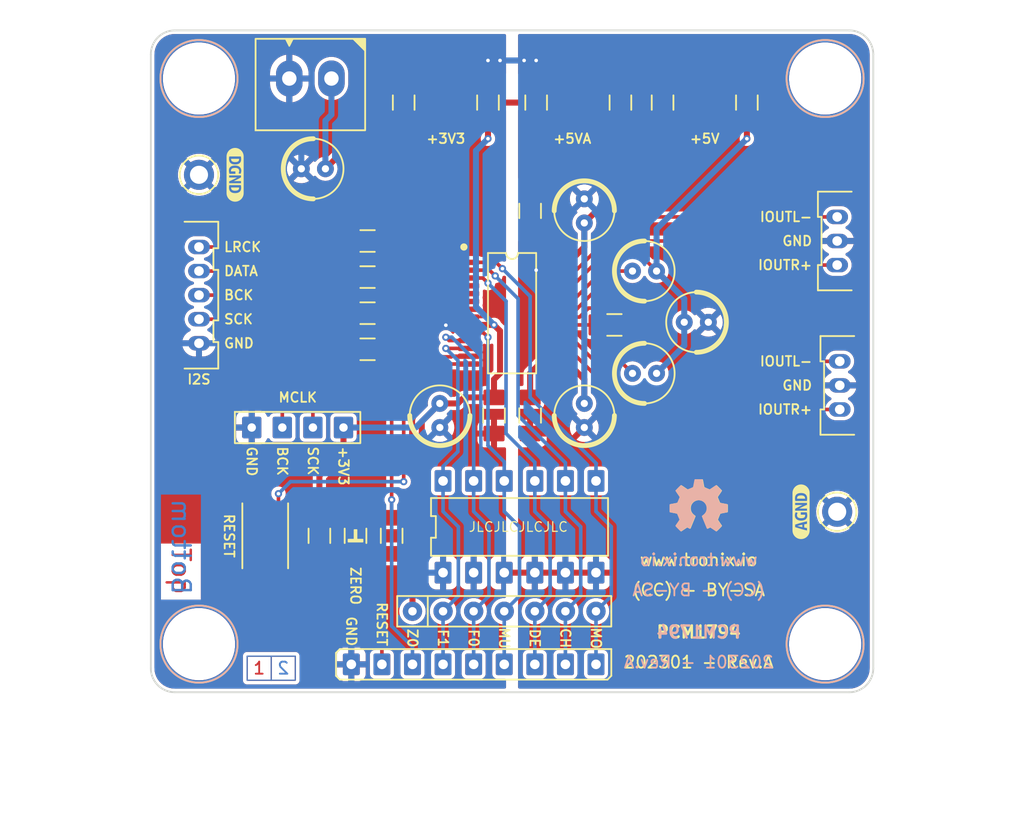
<source format=kicad_pcb>
(kicad_pcb (version 20211014) (generator pcbnew)
  (title_block (title "PCM1794") (date "01/2023") (rev "A"))
  (layers (0 "F.Cu" signal) (31 "B.Cu" signal) (34 "B.Paste" user) (35 "F.Paste" user) (36 "B.SilkS" user "B.Silkscreen") (37 "F.SilkS" user "F.Silkscreen") (38 "B.Mask" user) (39 "F.Mask" user) (44 "Edge.Cuts" user))
  (net 0 "")
  (net 1 "+5VA")
  (net 2 "VCC")
  (net 3 "Net-(C1-Pad2)")
  (net 4 "Net-(C2-Pad2)")
  (net 5 "/MONO")
  (net 6 "+3V3")
  (net 7 "/CHSL")
  (net 8 "/DEM")
  (net 9 "/MUTE")
  (net 10 "/FMT0")
  (net 11 "/FMT1")
  (net 12 "/ZERO")
  (net 13 "/~{RESET}")
  (net 14 "Net-(LED1-Pad2)")
  (net 15 "/LRCK")
  (net 16 "/DATA")
  (net 17 "Net-(R7-Pad1)")
  (net 18 "SCK")
  (net 19 "BCK")
  (net 25 "IOUTL-")
  (net 26 "AGND3L")
  (net 27 "IOUTL+")
  (net 28 "Net-(K2-Pad1)")
  (net 29 "Net-(K2-Pad2)")
  (net 30 "Net-(K2-Pad3)")
  (net 31 "Net-(K2-Pad4)")
  (net 32 "IOUTR-")
  (net 33 "+5V")
  (net 34 "IOUTR+")
  (footprint "tronixio:HARWIN-M20-782044x" (layer "F.Cu") (at 120 87 -90)
    (fp_text reference "K5" hide)
    (fp_text value "CLOCK")
  )
  (footprint "tronixio:SOT-23-5" (layer "F.Cu") (at 139.5 60 -90)
    (fp_text reference "U4" hide)
    (fp_text value "BD950N1G")
  )
  (footprint "tronixio:KEYSTONE-5006" (layer "F.Cu") (at 108 66)
    (fp_text reference "TP1" hide)
    (fp_text value "GND")
  )
  (footprint "tronixio:RESISTOR-SMD-1206" (layer "F.Cu") (at 122 74.5)
    (fp_text reference "R3" hide)
    (fp_text value "27Ω")
  )
  (footprint "tronixio:MOLEX-532530570" (layer "F.Cu") (at 108 80 90)
    (fp_text reference "K2" hide)
    (fp_text value "I2S")
  )
  (footprint "tronixio:MOUNTING-HOLE-3MM-MASK" (layer "F.Cu") (at 108 105)
    (fp_text reference "H1" hide)
    (fp_text value "MOUNTING-HOLE-3MM-MASK" hide)
  )
  (footprint "tronixio:RESISTOR-SMD-1206" (layer "F.Cu") (at 124 96 -90)
    (fp_text reference "R6" hide)
    (fp_text value "3K3")
  )
  (footprint "tronixio:CAPACITOR-SMD-1206" (layer "F.Cu") (at 125 60 90)
    (fp_text reference "C10" hide)
    (fp_text value "1µ")
  )
  (footprint "tronixio:CAPACITOR-SMD-1206" (layer "F.Cu") (at 143 60 90)
    (fp_text reference "C15" hide)
    (fp_text value "1µ")
  )
  (footprint "tronixio:CAPACITOR-ELECTROLYTIC-RADIAL-050-110-020-WURTH" (layer "F.Cu") (at 145 74 180)
    (fp_text reference "C2" hide)
    (fp_text value "47µ")
  )
  (footprint "tronixio:CAPACITOR-SMD-1206" (layer "F.Cu") (at 132.5 86 -90)
    (fp_text reference "C4" hide)
    (fp_text value "100n")
  )
  (footprint "tronixio:CAPACITOR-SMD-1206" (layer "F.Cu") (at 153.5 60 90)
    (fp_text reference "C13" hide)
    (fp_text value "1µ")
  )
  (footprint "tronixio:CAPACITOR-SMD-1206" (layer "F.Cu") (at 135.5 86 -90)
    (fp_text reference "C6" hide)
    (fp_text value "100n")
  )
  (footprint "tronixio:CAPACITOR-ELECTROLYTIC-RADIAL-050-110-020-WURTH" (layer "F.Cu") (at 149.3 78.25)
    (fp_text reference "C5" hide)
    (fp_text value "10µ")
  )
  (footprint "tronixio:CAPACITOR-ELECTROLYTIC-RADIAL-050-110-020-WURTH" (layer "F.Cu") (at 145 82.5 180)
    (fp_text reference "C1" hide)
    (fp_text value "47µ")
  )
  (footprint "tronixio:RESISTOR-SMD-1206" (layer "F.Cu") (at 122 71.5)
    (fp_text reference "R2" hide)
    (fp_text value "27Ω")
  )
  (footprint "tronixio:CAPACITOR-ELECTROLYTIC-RADIAL-050-110-020-WURTH" (layer "F.Cu") (at 140 69 90)
    (fp_text reference "C9" hide)
    (fp_text value "10µ")
  )
  (footprint "tronixio:SOT-23-5" (layer "F.Cu") (at 150 60 -90)
    (fp_text reference "U3" hide)
    (fp_text value "BD950N1G")
  )
  (footprint "tronixio:SSOP-28" (layer "F.Cu") (at 134 77.5)
    (fp_text reference "U1" hide)
    (fp_text value "PCM1794")
  )
  (footprint "tronixio:DIP-SWITCH-06-W762" (layer "F.Cu") (at 128.27 99.06 90)
    (fp_text reference "S2" hide)
    (fp_text value "CUI-DS01-254-06")
  )
  (footprint "tronixio:CAPACITOR-SMD-1206" (layer "F.Cu") (at 135.5 69 90)
    (fp_text reference "C8" hide)
    (fp_text value "100n")
  )
  (footprint "tronixio:CAPACITOR-SMD-1206" (layer "F.Cu") (at 146.5 60 90)
    (fp_text reference "C12" hide)
    (fp_text value "1µ")
  )
  (footprint "tronixio:LED-SMD-1206" (layer "F.Cu") (at 121 96 -90)
    (fp_text reference "LED1" hide)
    (fp_text value "KINGBRIGHT-LED-1206-RED")
  )
  (footprint "tronixio:RESISTOR-SMD-1206" (layer "F.Cu") (at 122 80.5)
    (fp_text reference "R5" hide)
    (fp_text value "10Ω")
  )
  (footprint "tronixio:CAPACITOR-SMD-1206" (layer "F.Cu") (at 132 60 90)
    (fp_text reference "C11" hide)
    (fp_text value "1µ")
  )
  (footprint "tronixio:MOUNTING-HOLE-3MM-MASK" (layer "F.Cu") (at 108 58)
    (fp_text reference "H4" hide)
    (fp_text value "MOUNTING-HOLE-3MM-MASK" hide)
  )
  (footprint "tronixio:RESISTOR-SMD-1206" (layer "F.Cu") (at 142.5 78.475)
    (fp_text reference "R7" hide)
    (fp_text value "10K")
  )
  (footprint "tronixio:MOLEX-532530370" (layer "F.Cu") (at 161 69.5 -90)
    (fp_text reference "K1" hide)
    (fp_text value "IOUTL")
  )
  (footprint "tronixio:HARWIN-M20-999094x" (layer "F.Cu") (at 140.97 106.68 -90)
    (fp_text reference "K3" hide)
    (fp_text value "MCU")
  )
  (footprint "kibuzzard-63CBA350" (layer "F.Cu") (at 111 66 -90)
    (fp_text reference "kibuzzard-63CBA350" hide)
    (fp_text value "G***" hide)
  )
  (footprint "tronixio:ALPS-SKRPAC" (layer "F.Cu") (at 113.5 96 -90)
    (fp_text reference "S1" hide)
    (fp_text value "Reset")
  )
  (footprint "tronixio:MOLEX-532580229" (layer "F.Cu") (at 115.5 58)
    (fp_text reference "K6" hide)
    (fp_text value "VCC")
  )
  (footprint "tronixio:CAPACITOR-ELECTROLYTIC-RADIAL-050-110-020-WURTH" (layer "F.Cu") (at 128 86 -90)
    (fp_text reference "C3" hide)
    (fp_text value "10µ")
  )
  (footprint "kibuzzard-63CAF235" (layer "F.Cu") (at 158 94 90)
    (fp_text reference "kibuzzard-63CAF235" hide)
    (fp_text value "G***" hide)
  )
  (footprint "tronixio:SOT-23-5" (layer "F.Cu") (at 128.5 60 -90)
    (fp_text reference "U2" hide)
    (fp_text value "BD933N1WG")
  )
  (footprint "tronixio:OSHW-5MM" (layer "F.Cu") (at 149.5 93.5)
    (fp_text reference "G***" hide)
    (fp_text value "LOGO" hide)
  )
  (footprint "tronixio:MOUNTING-HOLE-3MM-MASK" (layer "F.Cu") (at 160 105)
    (fp_text reference "H2" hide)
    (fp_text value "MOUNTING-HOLE-3MM-MASK" hide)
  )
  (footprint "tronixio:RESISTOR-SMD-1206" (layer "F.Cu") (at 118 96 -90)
    (fp_text reference "R1" hide)
    (fp_text value "10K")
  )
  (footprint "tronixio:RESISTOR-SMD-1206" (layer "F.Cu") (at 122 77.5)
    (fp_text reference "R4" hide)
    (fp_text value "27Ω")
  )
  (footprint "tronixio:BOURNS-4607X" (layer "F.Cu") (at 125.73 102.27)
    (fp_text reference "RA1" hide)
    (fp_text value "47K")
  )
  (footprint "tronixio:CAPACITOR-ELECTROLYTIC-RADIAL-050-110-020-WURTH" (layer "F.Cu") (at 140 86 -90)
    (fp_text reference "C7" hide)
    (fp_text value "10µ")
  )
  (footprint "tronixio:KEYSTONE-5006" (layer "F.Cu") (at 161 94)
    (fp_text reference "TP2" hide)
    (fp_text value "GND")
  )
  (footprint "tronixio:MOUNTING-HOLE-3MM-MASK" (layer "F.Cu") (at 160 58)
    (fp_text reference "H3" hide)
    (fp_text value "MOUNTING-HOLE-3MM-MASK" hide)
  )
  (footprint "tronixio:CAPACITOR-SMD-1206" (layer "F.Cu") (at 136 60 90)
    (fp_text reference "C14" hide)
    (fp_text value "1µ")
  )
  (footprint "tronixio:MOLEX-532530370" (layer "F.Cu") (at 161.2125 81.5 -90)
    (fp_text reference "K4" hide)
    (fp_text value "IOUTR")
  )
  (footprint "tronixio:CAPACITOR-ELECTROLYTIC-RADIAL-050-110-020-WURTH" (layer "F.Cu") (at 117.5 65.5 180)
    (fp_text reference "C16" hide)
    (fp_text value "47µ")
  )
  (footprint "tronixio:OSHW-5MM" (layer "B.Cu") (at 149.5 93.5 180)
    (fp_text reference "G***" hide)
    (fp_text value "LOGO" hide)
  )
  (gr_line (start 114 108) (end 114 106) (layer "F.Cu") (width 0.1))
  (gr_rect (start 112 108) (end 116 106) (layer "F.Cu") (width 0.1) (fill none))
  (gr_line (start 114 108) (end 114 106) (layer "B.Cu") (width 0.1))
  (gr_rect (start 112 108) (end 116 106) (layer "B.Cu") (width 0.1) (fill none))
  (gr_circle (center 130 72) (end 129.75 72) (layer "F.SilkS") (width 0.1) (fill solid))
  (gr_line (start 104 56) (end 104 107) (layer "Edge.Cuts") (width 0.15))
  (gr_arc (start 162 54) (mid 163.414214 54.585786) (end 164 56) (layer "Edge.Cuts") (width 0.15))
  (gr_arc (start 164 107) (mid 163.414214 108.414214) (end 162 109) (layer "Edge.Cuts") (width 0.15))
  (gr_arc (start 104 56) (mid 104.585786 54.585786) (end 106 54) (layer "Edge.Cuts") (width 0.15))
  (gr_arc (start 106 109) (mid 104.585786 108.414214) (end 104 107) (layer "Edge.Cuts") (width 0.15))
  (gr_line (start 162 54) (end 106 54) (layer "Edge.Cuts") (width 0.15))
  (gr_line (start 164 107) (end 164 56) (layer "Edge.Cuts") (width 0.15))
  (gr_line (start 106 109) (end 162 109) (layer "Edge.Cuts") (width 0.15))
  (gr_text "1" (at 113 107) (layer "F.Cu") (effects (font (size 1 1))))
  (gr_text "Top" (at 106.5 101 270) (layer "F.Cu") (effects (font (size 1.5 1.5) (thickness 0.2)) (justify right)))
  (gr_text "Bottom" (at 106.5 101 270) (layer "B.Cu") (effects (font (size 1.5 1.5) (thickness 0.2)) (justify left mirror)))
  (gr_text "2" (at 115 107) (layer "B.Cu") (effects (font (size 1 1)) (justify mirror)))
  (gr_text "202301 - Rev.A" (at 149.5 106.5) (layer "B.SilkS") (effects (font (size 1 1)) (justify mirror)))
  (gr_text "(CC) - BY-SA" (at 149.5 100.5) (layer "B.SilkS") (effects (font (size 1 1)) (justify mirror)))
  (gr_text "www.tronix.io" (at 149.5 98) (layer "B.SilkS") (effects (font (size 1 1)) (justify mirror)))
  (gr_text "PCM1794" (at 149.5 104) (layer "B.SilkS") (effects (font (size 1 1) (thickness 0.2)) (justify mirror)))
  (gr_text "SCK" (at 110 78) (layer "F.SilkS") (effects (font (size 0.8 0.8)) (justify left)))
  (gr_text "BCK" (at 114.92 88.5 270) (layer "F.SilkS") (effects (font (size 0.8 0.8)) (justify left)))
  (gr_text "202301 - Rev.A" (at 149.5 106.5) (layer "F.SilkS") (effects (font (size 1 1))))
  (gr_text "IOUTR+" (at 159 73.5) (layer "F.SilkS") (effects (font (size 0.8 0.8)) (justify right)))
  (gr_text "MU" (at 133.35 104.5 270) (layer "F.SilkS") (effects (font (size 0.8 0.8))))
  (gr_text "DATA" (at 110 74) (layer "F.SilkS") (effects (font (size 0.8 0.8)) (justify left)))
  (gr_text "RESET" (at 110.5 96 270) (layer "F.SilkS") (effects (font (size 0.8 0.8))))
  (gr_text "IOUTR+" (at 159 85.5) (layer "F.SilkS") (effects (font (size 0.8 0.8)) (justify right)))
  (gr_text "I2S" (at 108 83) (layer "F.SilkS") (effects (font (size 0.8 0.8))))
  (gr_text "ZERO" (at 121 98.5 270) (layer "F.SilkS") (effects (font (size 0.8 0.8)) (justify left)))
  (gr_text "PCM1794" (at 149.5 104) (layer "F.SilkS") (effects (font (size 1 1) (thickness 0.2))))
  (gr_text "F1" (at 128.27 104.5 270) (layer "F.SilkS") (effects (font (size 0.8 0.8))))
  (gr_text "(CC) - BY-SA" (at 149.5 100.5) (layer "F.SilkS") (effects (font (size 1 1))))
  (gr_text "GND" (at 110 80) (layer "F.SilkS") (effects (font (size 0.8 0.8)) (justify left)))
  (gr_text "IOUTL-" (at 159 69.5) (layer "F.SilkS") (effects (font (size 0.8 0.8)) (justify right)))
  (gr_text "Z0" (at 125.73 104.5 270) (layer "F.SilkS") (effects (font (size 0.8 0.8))))
  (gr_text "DE" (at 135.89 104.5 270) (layer "F.SilkS") (effects (font (size 0.8 0.8))))
  (gr_text "+3V3" (at 120 88.5 270) (layer "F.SilkS") (effects (font (size 0.8 0.8)) (justify left)))
  (gr_text "www.tronix.io" (at 149.5 98) (layer "F.SilkS") (effects (font (size 1 1))))
  (gr_text "IOUTL-" (at 159 81.5) (layer "F.SilkS") (effects (font (size 0.8 0.8)) (justify right)))
  (gr_text "GND" (at 159 83.5) (layer "F.SilkS") (effects (font (size 0.8 0.8)) (justify right)))
  (gr_text "RESET" (at 123.19 105.25 270) (layer "F.SilkS") (effects (font (size 0.8 0.8)) (justify right)))
  (gr_text "CH" (at 138.43 104.5 270) (layer "F.SilkS") (effects (font (size 0.8 0.8))))
  (gr_text "+5VA" (at 139 63) (layer "F.SilkS") (effects (font (size 0.8 0.8))))
  (gr_text "F0" (at 130.81 104.5 270) (layer "F.SilkS") (effects (font (size 0.8 0.8))))
  (gr_text "LRCK" (at 110 72) (layer "F.SilkS") (effects (font (size 0.8 0.8)) (justify left)))
  (gr_text "JLCJLCJLCJLC" (at 134.52 95.26) (layer "F.SilkS") (effects (font (size 0.8 0.8) (thickness 0.1))))
  (gr_text "MCLK" (at 116.2 84.5) (layer "F.SilkS") (effects (font (size 0.8 0.8))))
  (gr_text "MO" (at 140.97 104.5 270) (layer "F.SilkS") (effects (font (size 0.8 0.8))))
  (gr_text "GND" (at 112.38 88.5 270) (layer "F.SilkS") (effects (font (size 0.8 0.8)) (justify left)))
  (gr_text "+3V3" (at 128.5 63) (layer "F.SilkS") (effects (font (size 0.8 0.8))))
  (gr_text "SCK" (at 117.46 88.5 270) (layer "F.SilkS") (effects (font (size 0.8 0.8)) (justify left)))
  (gr_text "BCK" (at 110 76) (layer "F.SilkS") (effects (font (size 0.8 0.8)) (justify left)))
  (gr_text "GND" (at 120.65 105.25 270) (layer "F.SilkS") (effects (font (size 0.8 0.8)) (justify right)))
  (gr_text "+5V" (at 150 63) (layer "F.SilkS") (effects (font (size 0.8 0.8))))
  (gr_text "GND" (at 159 71.5) (layer "F.SilkS") (effects (font (size 0.8 0.8)) (justify right)))
  (segment (start 143 61.5) (end 141.5 61.5) (width 0.5) (layer "F.Cu") (net 1))
  (segment (start 135.5 82.5) (end 135.5 84.5) (width 0.5) (layer "F.Cu") (net 1))
  (segment (start 138.725 81.725) (end 140 83) (width 0.5) (layer "F.Cu") (net 1))
  (segment (start 137.6 73.275) (end 136.275 73.275) (width 0.5) (layer "F.Cu") (net 1))
  (segment (start 136.275 81.725) (end 135.5 82.5) (width 0.5) (layer "F.Cu") (net 1))
  (segment (start 143 67) (end 140 70) (width 0.5) (layer "F.Cu") (net 1))
  (segment (start 136.275 73.275) (end 135.5 72.5) (width 0.5) (layer "F.Cu") (net 1))
  (segment (start 137.6 81.725) (end 136.275 81.725) (width 0.5) (layer "F.Cu") (net 1))
  (segment (start 137.6 81.725) (end 138.725 81.725) (width 0.5) (layer "F.Cu") (net 1))
  (segment (start 140.45 61.3) (end 141.3 61.3) (width 0.5) (layer "F.Cu") (net 1))
  (segment (start 138.725 73.275) (end 140 72) (width 0.5) (layer "F.Cu") (net 1))
  (segment (start 137.6 73.275) (end 138.725 73.275) (width 0.5) (layer "F.Cu") (net 1))
  (segment (start 140 83) (end 140 85) (width 0.5) (layer "F.Cu") (net 1))
  (segment (start 143 61.5) (end 143 67) (width 0.5) (layer "F.Cu") (net 1))
  (segment (start 135.5 72.5) (end 135.5 70.5) (width 0.5) (layer "F.Cu") (net 1))
  (segment (start 140 72) (end 140 70) (width 0.5) (layer "F.Cu") (net 1))
  (segment (start 140 85) (end 140 70) (width 0.5) (layer "B.Cu") (net 1))
  (segment (start 138.55 61.3) (end 137.7 61.3) (width 0.5) (layer "F.Cu") (net 2))
  (segment (start 138.55 60.05) (end 138.5 60) (width 0.5) (layer "F.Cu") (net 2))
  (segment (start 122.5 61.5) (end 125 61.5) (width 0.5) (layer "F.Cu") (net 2))
  (segment (start 149.05 60.55) (end 148.5 60) (width 0.5) (layer "F.Cu") (net 2))
  (segment (start 149.05 61.3) (end 149.05 60.55) (width 0.5) (layer "F.Cu") (net 2))
  (segment (start 127.55 58.7) (end 127.55 60.05) (width 0.5) (layer "F.Cu") (net 2))
  (segment (start 137.5 61.5) (end 136 61.5) (width 0.5) (layer "F.Cu") (net 2))
  (segment (start 138.55 61.3) (end 138.55 60.05) (width 0.5) (layer "F.Cu") (net 2))
  (segment (start 127.5 60) (end 125.5 60) (width 0.5) (layer "F.Cu") (net 2))
  (segment (start 148 61.5) (end 146.5 61.5) (width 0.5) (layer "F.Cu") (net 2))
  (segment (start 118.5 65.5) (end 122.5 61.5) (width 0.5) (layer "F.Cu") (net 2))
  (segment (start 125.5 60) (end 125 60.5) (width 0.5) (layer "F.Cu") (net 2))
  (segment (start 148.5 60) (end 138.5 60) (width 0.5) (layer "F.Cu") (net 2))
  (segment (start 149.05 61.3) (end 148.2 61.3) (width 0.5) (layer "F.Cu") (net 2))
  (segment (start 148.2 61.3) (end 148 61.5) (width 0.5) (layer "F.Cu") (net 2))
  (segment (start 125 60.5) (end 125 61.5) (width 0.5) (layer "F.Cu") (net 2))
  (segment (start 127.55 61.3) (end 127.55 60.05) (width 0.5) (layer "F.Cu") (net 2))
  (segment (start 138.5 60) (end 127.5 60) (width 0.5) (layer "F.Cu") (net 2))
  (segment (start 119 61) (end 119 58) (width 0.5) (layer "B.Cu") (net 2))
  (segment (start 118.5 61.5) (end 119 61) (width 0.5) (layer "B.Cu") (net 2))
  (segment (start 118.5 65.5) (end 118.5 61.5) (width 0.5) (layer "B.Cu") (net 2))
  (segment (start 137.6 77.825) (end 139.6 77.825) (width 0.3) (layer "F.Cu") (net 3))
  (segment (start 140.35 77.075) (end 142.094767 77.075) (width 0.3) (layer "F.Cu") (net 3))
  (segment (start 142.094767 77.075) (end 142.5 77.480233) (width 0.3) (layer "F.Cu") (net 3))
  (segment (start 142.5 77.480233) (end 142.5 81) (width 0.3) (layer "F.Cu") (net 3))
  (segment (start 139.6 77.825) (end 140.35 77.075) (width 0.3) (layer "F.Cu") (net 3))
  (segment (start 142.5 81) (end 144 82.5) (width 0.3) (layer "F.Cu") (net 3))
  (segment (start 139.352817 77.175) (end 141.527817 75) (width 0.3) (layer "F.Cu") (net 4))
  (segment (start 141.527817 75) (end 141.527817 74.972183) (width 0.3) (layer "F.Cu") (net 4))
  (segment (start 137.6 77.175) (end 139.352817 77.175) (width 0.3) (layer "F.Cu") (net 4))
  (segment (start 141.527817 74.972183) (end 142.5 74) (width 0.3) (layer "F.Cu") (net 4))
  (segment (start 142.5 74) (end 144 74) (width 0.3) (layer "F.Cu") (net 4))
  (segment (start 133.201378 73.798622) (end 132.677756 73.275) (width 0.3) (layer "F.Cu") (net 5))
  (segment (start 132.677756 73.275) (end 130.4 73.275) (width 0.3) (layer "F.Cu") (net 5))
  (via (at 133.201378 73.798622) (size 0.6) (drill 0.3) (layers "F.Cu" "B.Cu") (net 5))
  (segment (start 142.24 101) (end 140.97 102.27) (width 0.3) (layer "B.Cu") (net 5))
  (segment (start 140.97 93.98) (end 142.24 95.25) (width 0.3) (layer "B.Cu") (net 5))
  (segment (start 135.5 76.097244) (end 135.5 84.5) (width 0.3) (layer "B.Cu") (net 5))
  (segment (start 141 90) (end 140.97 90.03) (width 0.3) (layer "B.Cu") (net 5))
  (segment (start 140.97 106.68) (end 140.97 102.27) (width 0.3) (layer "B.Cu") (net 5))
  (segment (start 133.201378 73.798622) (end 135.5 76.097244) (width 0.3) (layer "B.Cu") (net 5))
  (segment (start 140.97 90.03) (end 140.97 91.44) (width 0.3) (layer "B.Cu") (net 5))
  (segment (start 142.24 95.25) (end 142.24 101) (width 0.3) (layer "B.Cu") (net 5))
  (segment (start 135.5 84.5) (end 141 90) (width 0.3) (layer "B.Cu") (net 5))
  (segment (start 140.97 91.44) (end 140.97 93.98) (width 0.3) (layer "B.Cu") (net 5))
  (segment (start 125.73 100.27) (end 126.5 99.5) (width 0.5) (layer "F.Cu") (net 6))
  (segment (start 130.5 61.5) (end 132 61.5) (width 0.5) (layer "F.Cu") (net 6))
  (segment (start 129.5 85) (end 128 85) (width 0.5) (layer "F.Cu") (net 6))
  (segment (start 133 78.975) (end 132.5 78.475) (width 0.5) (layer "F.Cu") (net 6))
  (segment (start 130.4 78.475) (end 132.5 78.475) (width 0.5) (layer "F.Cu") (net 6))
  (segment (start 118 91) (end 120 89) (width 0.5) (layer "F.Cu") (net 6))
  (segment (start 126.5 86.5) (end 128 85) (width 0.5) (layer "F.Cu") (net 6))
  (segment (start 132 61.5) (end 132 63) (width 0.5) (layer "F.Cu") (net 6))
  (segment (start 118 94.5) (end 118 91) (width 0.5) (layer "F.Cu") (net 6))
  (segment (start 132.5 83) (end 133 82.5) (width 0.5) (layer "F.Cu") (net 6))
  (segment (start 125.73 102.27) (end 125.73 100.27) (width 0.5) (layer "F.Cu") (net 6))
  (segment (start 129.45 61.3) (end 130.3 61.3) (width 0.5) (layer "F.Cu") (net 6))
  (segment (start 133 82.5) (end 133 78.975) (width 0.5) (layer "F.Cu") (net 6))
  (segment (start 126.5 99.5) (end 126.5 86.5) (width 0.5) (layer "F.Cu") (net 6))
  (segment (start 132.5 84.5) (end 130 84.5) (width 0.5) (layer "F.Cu") (net 6))
  (segment (start 120 89) (end 120 87) (width 0.5) (layer "F.Cu") (net 6))
  (segment (start 132.5 84.5) (end 132.5 83) (width 0.5) (layer "F.Cu") (net 6))
  (segment (start 130 84.5) (end 129.5 85) (width 0.5) (layer "F.Cu") (net 6))
  (via (at 132.5 78.475) (size 0.6) (drill 0.3) (layers "F.Cu" "B.Cu") (net 6))
  (via (at 132 63) (size 0.6) (drill 0.3) (layers "F.Cu" "B.Cu") (net 6))
  (segment (start 131 76.975) (end 131 64) (width 0.5) (layer "B.Cu") (net 6))
  (segment (start 131 64) (end 132 63) (width 0.5) (layer "B.Cu") (net 6))
  (segment (start 132.5 78.475) (end 131 76.975) (width 0.5) (layer "B.Cu") (net 6))
  (segment (start 126 87) (end 128 85) (width 0.5) (layer "B.Cu") (net 6))
  (segment (start 120 87) (end 126 87) (width 0.5) (layer "B.Cu") (net 6))
  (segment (start 132.126378 73.925) (end 130.4 73.925) (width 0.3) (layer "F.Cu") (net 7))
  (segment (start 132.600689 74.399311) (end 132.126378 73.925) (width 0.3) (layer "F.Cu") (net 7))
  (via (at 132.600689 74.399311) (size 0.6) (drill 0.3) (layers "F.Cu" "B.Cu") (net 7))
  (segment (start 134.5 86) (end 134.5 76.298622) (width 0.3) (layer "B.Cu") (net 7))
  (segment (start 134.5 76.298622) (end 132.600689 74.399311) (width 0.3) (layer "B.Cu") (net 7))
  (segment (start 138.43 102.27) (end 138.43 106.68) (width 0.3) (layer "B.Cu") (net 7))
  (segment (start 139.7 101) (end 138.43 102.27) (width 0.3) (layer "B.Cu") (net 7))
  (segment (start 138.43 89.93) (end 134.5 86) (width 0.3) (layer "B.Cu") (net 7))
  (segment (start 138.43 91.44) (end 138.43 93.98) (width 0.3) (layer "B.Cu") (net 7))
  (segment (start 139.7 95.25) (end 139.7 101) (width 0.3) (layer "B.Cu") (net 7))
  (segment (start 138.43 93.98) (end 139.7 95.25) (width 0.3) (layer "B.Cu") (net 7))
  (segment (start 138.43 91.44) (end 138.43 89.93) (width 0.3) (layer "B.Cu") (net 7))
  (segment (start 132 75) (end 131.575 74.575) (width 0.3) (layer "F.Cu") (net 8))
  (segment (start 131.575 74.575) (end 130.4 74.575) (width 0.3) (layer "F.Cu") (net 8))
  (via (at 132 75) (size 0.6) (drill 0.3) (layers "F.Cu" "B.Cu") (net 8))
  (segment (start 137.16 95.25) (end 137.16 101) (width 0.3) (layer "B.Cu") (net 8))
  (segment (start 135.89 91.44) (end 135.89 93.98) (width 0.3) (layer "B.Cu") (net 8))
  (segment (start 133.5 87.5) (end 135.89 89.89) (width 0.3) (layer "B.Cu") (net 8))
  (segment (start 135.89 93.98) (end 137.16 95.25) (width 0.3) (layer "B.Cu") (net 8))
  (segment (start 133.5 76.5) (end 133.5 87.5) (width 0.3) (layer "B.Cu") (net 8))
  (segment (start 137.16 101) (end 135.89 102.27) (width 0.3) (layer "B.Cu") (net 8))
  (segment (start 135.89 106.68) (end 135.89 102.27) (width 0.3) (layer "B.Cu") (net 8))
  (segment (start 132 75) (end 133.5 76.5) (width 0.3) (layer "B.Cu") (net 8))
  (segment (start 135.89 89.89) (end 135.89 91.44) (width 0.3) (layer "B.Cu") (net 8))
  (segment (start 131.625 79.125) (end 132 79.5) (width 0.3) (layer "F.Cu") (net 9))
  (segment (start 130.4 79.125) (end 131.625 79.125) (width 0.3) (layer "F.Cu") (net 9))
  (via (at 132 79.5) (size 0.6) (drill 0.3) (layers "F.Cu" "B.Cu") (net 9))
  (segment (start 133.35 91.44) (end 133.35 93.98) (width 0.3) (layer "B.Cu") (net 9))
  (segment (start 132 88.5) (end 132 79.5) (width 0.3) (layer "B.Cu") (net 9))
  (segment (start 133.35 91.44) (end 133.35 89.85) (width 0.3) (layer "B.Cu") (net 9))
  (segment (start 134.62 95.25) (end 134.62 101) (width 0.3) (layer "B.Cu") (net 9))
  (segment (start 133.35 89.85) (end 132 88.5) (width 0.3) (layer "B.Cu") (net 9))
  (segment (start 133.35 93.98) (end 134.62 95.25) (width 0.3) (layer "B.Cu") (net 9))
  (segment (start 133.35 102.27) (end 133.35 106.68) (width 0.3) (layer "B.Cu") (net 9))
  (segment (start 134.62 101) (end 133.35 102.27) (width 0.3) (layer "B.Cu") (net 9))
  (segment (start 130.4 79.775) (end 128.775 79.775) (width 0.3) (layer "F.Cu") (net 10))
  (segment (start 128.775 79.775) (end 128.5 79.5) (width 0.3) (layer "F.Cu") (net 10))
  (via (at 128.5 79.5) (size 0.6) (drill 0.3) (layers "F.Cu" "B.Cu") (net 10))
  (segment (start 130.81 81.31) (end 130.81 91.44) (width 0.3) (layer "B.Cu") (net 10))
  (segment (start 129 79.5) (end 130.81 81.31) (width 0.3) (layer "B.Cu") (net 10))
  (segment (start 132.08 101) (end 130.81 102.27) (width 0.3) (layer "B.Cu") (net 10))
  (segment (start 130.81 106.68) (end 130.81 102.27) (width 0.3) (layer "B.Cu") (net 10))
  (segment (start 128.5 79.5) (end 129 79.5) (width 0.3) (layer "B.Cu") (net 10))
  (segment (start 130.81 93.98) (end 132.08 95.25) (width 0.3) (layer "B.Cu") (net 10))
  (segment (start 130.81 91.44) (end 130.81 93.98) (width 0.3) (layer "B.Cu") (net 10))
  (segment (start 132.08 95.25) (end 132.08 101) (width 0.3) (layer "B.Cu") (net 10))
  (segment (start 130.4 80.425) (end 128.5 80.425) (width 0.3) (layer "F.Cu") (net 11))
  (via (at 128.5 80.425) (size 0.6) (drill 0.3) (layers "F.Cu" "B.Cu") (net 11))
  (segment (start 129.54 95.25) (end 129.54 101) (width 0.3) (layer "B.Cu") (net 11))
  (segment (start 128.27 93.98) (end 129.54 95.25) (width 0.3) (layer "B.Cu") (net 11))
  (segment (start 128.27 91.44) (end 128.27 93.98) (width 0.3) (layer "B.Cu") (net 11))
  (segment (start 129.5 81.425) (end 128.5 80.425) (width 0.3) (layer "B.Cu") (net 11))
  (segment (start 129.54 101) (end 128.27 102.27) (width 0.3) (layer "B.Cu") (net 11))
  (segment (start 128.27 91.44) (end 128.27 90.23) (width 0.3) (layer "B.Cu") (net 11))
  (segment (start 128.27 102.27) (end 128.27 106.68) (width 0.3) (layer "B.Cu") (net 11))
  (segment (start 128.27 90.23) (end 129.5 89) (width 0.3) (layer "B.Cu") (net 11))
  (segment (start 129.5 89) (end 129.5 81.425) (width 0.3) (layer "B.Cu") (net 11))
  (segment (start 127.375 81.125) (end 124 84.5) (width 0.3) (layer "F.Cu") (net 12))
  (segment (start 128.95 81.125) (end 127.375 81.125) (width 0.3) (layer "F.Cu") (net 12))
  (segment (start 130.4 81.075) (end 129 81.075) (width 0.3) (layer "F.Cu") (net 12))
  (segment (start 124 84.5) (end 124 93) (width 0.3) (layer "F.Cu") (net 12))
  (segment (start 129 81.075) (end 128.95 81.125) (width 0.3) (layer "F.Cu") (net 12))
  (segment (start 124 93) (end 124 94.5) (width 0.3) (layer "F.Cu") (net 12))
  (via (at 124 93) (size 0.6) (drill 0.3) (layers "F.Cu" "B.Cu") (net 12))
  (segment (start 125.73 106.68) (end 125.73 105.23) (width 0.3) (layer "B.Cu") (net 12))
  (segment (start 125.73 105.23) (end 124 103.5) (width 0.3) (layer "B.Cu") (net 12))
  (segment (start 124 103.5) (end 124 93) (width 0.3) (layer "B.Cu") (net 12))
  (segment (start 123.19 106.68) (end 123.19 104.69) (width 0.3) (layer "F.Cu") (net 13))
  (segment (start 118 97.5) (end 116.5 97.5) (width 0.3) (layer "F.Cu") (net 13))
  (segment (start 114.6 98.1) (end 114.6 93.9) (width 0.3) (layer "F.Cu") (net 13))
  (segment (start 128.275 81.725) (end 125 85) (width 0.3) (layer "F.Cu") (net 13))
  (segment (start 114.6 93.9) (end 114.6 92.5) (width 0.3) (layer "F.Cu") (net 13))
  (segment (start 116.5 97.5) (end 115.9 98.1) (width 0.3) (layer "F.Cu") (net 13))
  (segment (start 130.4 81.725) (end 128.275 81.725) (width 0.3) (layer "F.Cu") (net 13))
  (segment (start 118 99.5) (end 118 97.5) (width 0.3) (layer "F.Cu") (net 13))
  (segment (start 123.19 104.69) (end 118 99.5) (width 0.3) (layer "F.Cu") (net 13))
  (segment (start 125 85) (end 125 91.5) (width 0.3) (layer "F.Cu") (net 13))
  (segment (start 115.9 98.1) (end 114.6 98.1) (width 0.3) (layer "F.Cu") (net 13))
  (via (at 125 91.5) (size 0.6) (drill 0.3) (layers "F.Cu" "B.Cu") (net 13))
  (via (at 114.6 92.5) (size 0.6) (drill 0.3) (layers "F.Cu" "B.Cu") (net 13))
  (segment (start 125 91.5) (end 115.6 91.5) (width 0.3) (layer "B.Cu") (net 13))
  (segment (start 115.6 91.5) (end 114.6 92.5) (width 0.3) (layer "B.Cu") (net 13))
  (segment (start 124 97.5) (end 121 97.5) (width 0.3) (layer "F.Cu") (net 14))
  (segment (start 125 71.5) (end 123.5 71.5) (width 0.3) (layer "F.Cu") (net 15))
  (segment (start 128.725 75.225) (end 125 71.5) (width 0.3) (layer "F.Cu") (net 15))
  (segment (start 130.4 75.225) (end 128.725 75.225) (width 0.3) (layer "F.Cu") (net 15))
  (segment (start 130.4 75.875) (end 127.375 75.875) (width 0.3) (layer "F.Cu") (net 16))
  (segment (start 127.375 75.875) (end 126 74.5) (width 0.3) (layer "F.Cu") (net 16))
  (segment (start 126 74.5) (end 123.5 74.5) (width 0.3) (layer "F.Cu") (net 16))
  (segment (start 137.6 78.475) (end 141 78.475) (width 0.3) (layer "F.Cu") (net 17))
  (segment (start 128.575 77.175) (end 125.25 80.5) (width 0.3) (layer "F.Cu") (net 18))
  (segment (start 125.25 80.5) (end 123.5 80.5) (width 0.3) (layer "F.Cu") (net 18))
  (segment (start 117.46 87) (end 117.46 85.54) (width 0.3) (layer "F.Cu") (net 18))
  (segment (start 123.5 82.5) (end 123.5 80.5) (width 0.3) (layer "F.Cu") (net 18))
  (segment (start 117.46 85.54) (end 118.5 84.5) (width 0.3) (layer "F.Cu") (net 18))
  (segment (start 130.4 77.175) (end 128.575 77.175) (width 0.3) (layer "F.Cu") (net 18))
  (segment (start 121.5 84.5) (end 123.5 82.5) (width 0.3) (layer "F.Cu") (net 18))
  (segment (start 118.5 84.5) (end 121.5 84.5) (width 0.3) (layer "F.Cu") (net 18))
  (segment (start 130.4 76.525) (end 127.475 76.525) (width 0.3) (layer "F.Cu") (net 19))
  (segment (start 126.5 77.5) (end 123.5 77.5) (width 0.3) (layer "F.Cu") (net 19))
  (segment (start 121 83.5) (end 117 83.5) (width 0.3) (layer "F.Cu") (net 19))
  (segment (start 123.5 77.5) (end 122.5 77.5) (width 0.3) (layer "F.Cu") (net 19))
  (segment (start 122 82.5) (end 121 83.5) (width 0.3) (layer "F.Cu") (net 19))
  (segment (start 117 83.5) (end 114.92 85.58) (width 0.3) (layer "F.Cu") (net 19))
  (segment (start 122.5 77.5) (end 122 78) (width 0.3) (layer "F.Cu") (net 19))
  (segment (start 127.475 76.525) (end 126.5 77.5) (width 0.3) (layer "F.Cu") (net 19))
  (segment (start 122 78) (end 122 82.5) (width 0.3) (layer "F.Cu") (net 19))
  (segment (start 114.92 85.58) (end 114.92 87) (width 0.3) (layer "F.Cu") (net 19))
  (segment (start 137.6 74.575) (end 138.675 74.575) (width 0.3) (layer "F.Cu") (net 25))
  (segment (start 138.675 74.575) (end 143.75 69.5) (width 0.3) (layer "F.Cu") (net 25))
  (segment (start 161 69.5) (end 143.75 69.5) (width 0.3) (layer "F.Cu") (net 25))
  (segment (start 132 56.5) (end 133 56.5) (width 0.5) (layer "F.Cu") (net 26))
  (segment (start 123.5 58.5) (end 116.5 65.5) (width 0.5) (layer "F.Cu") (net 26))
  (segment (start 138.43 99.06) (end 135.89 99.06) (width 0.5) (layer "F.Cu") (net 26))
  (segment (start 125 58.5) (end 123.5 58.5) (width 0.5) (layer "F.Cu") (net 26))
  (segment (start 140.97 99.06) (end 138.43 99.06) (width 0.5) (layer "F.Cu") (net 26))
  (segment (start 136 56.5) (end 135 56.5) (width 0.5) (layer "F.Cu") (net 26))
  (segment (start 137.6 73.925) (end 136 73.925) (width 0.3) (layer "F.Cu") (net 26))
  (segment (start 135.89 99.06) (end 133.35 99.06) (width 0.5) (layer "F.Cu") (net 26))
  (via (at 133 56.5) (size 0.6) (drill 0.3) (layers "F.Cu" "B.Cu") (net 26))
  (via (at 132 56.5) (size 0.6) (drill 0.3) (layers "F.Cu" "B.Cu") (net 26))
  (via (at 136 73.925) (size 0.6) (drill 0.3) (layers "F.Cu" "B.Cu") (net 26))
  (via (at 128.5 78.5) (size 0.6) (drill 0.3) (layers "F.Cu" "B.Cu") (net 26))
  (via (at 136 56.5) (size 0.6) (drill 0.3) (layers "F.Cu" "B.Cu") (net 26))
  (via (at 135 56.5) (size 0.6) (drill 0.3) (layers "F.Cu" "B.Cu") (net 26))
  (segment (start 135 56.5) (end 133 56.5) (width 0.5) (layer "B.Cu") (net 26))
  (segment (start 116.5 65.5) (end 116.5 61.5) (width 0.5) (layer "B.Cu") (net 26))
  (segment (start 116.5 61.5) (end 115.5 60.5) (width 0.5) (layer "B.Cu") (net 26))
  (segment (start 115.5 60.5) (end 115.5 58) (width 0.5) (layer "B.Cu") (net 26))
  (segment (start 157 71.5) (end 159 73.5) (width 0.3) (layer "F.Cu") (net 27))
  (segment (start 137.6 75.225) (end 139.025 75.225) (width 0.3) (layer "F.Cu") (net 27))
  (segment (start 139.025 75.225) (end 142.75 71.5) (width 0.3) (layer "F.Cu") (net 27))
  (segment (start 161 73.5) (end 159 73.5) (width 0.3) (layer "F.Cu") (net 27))
  (segment (start 142.75 71.5) (end 157 71.5) (width 0.3) (layer "F.Cu") (net 27))
  (segment (start 111 71.5) (end 110.5 72) (width 0.3) (layer "F.Cu") (net 28))
  (segment (start 110.5 72) (end 108 72) (width 0.3) (layer "F.Cu") (net 28))
  (segment (start 120.5 71.5) (end 111 71.5) (width 0.3) (layer "F.Cu") (net 28))
  (segment (start 110.5 74) (end 108 74) (width 0.3) (layer "F.Cu") (net 29))
  (segment (start 111 74.5) (end 110.5 74) (width 0.3) (layer "F.Cu") (net 29))
  (segment (start 120.5 74.5) (end 111 74.5) (width 0.3) (layer "F.Cu") (net 29))
  (segment (start 120.5 77.5) (end 112 77.5) (width 0.3) (layer "F.Cu") (net 30))
  (segment (start 110.5 76) (end 108 76) (width 0.3) (layer "F.Cu") (net 30))
  (segment (start 112 77.5) (end 110.5 76) (width 0.3) (layer "F.Cu") (net 30))
  (segment (start 110.5 78) (end 108 78) (width 0.3) (layer "F.Cu") (net 31))
  (segment (start 120.5 80.5) (end 113 80.5) (width 0.3) (layer "F.Cu") (net 31))
  (segment (start 113 80.5) (end 110.5 78) (width 0.3) (layer "F.Cu") (net 31))
  (segment (start 143.375 84) (end 139.15 79.775) (width 0.3) (layer "F.Cu") (net 32))
  (segment (start 161.2125 81.5) (end 159 81.5) (width 0.3) (layer "F.Cu") (net 32))
  (segment (start 159 81.5) (end 156.5 84) (width 0.3) (layer "F.Cu") (net 32))
  (segment (start 139.15 79.775) (end 137.6 79.775) (width 0.3) (layer "F.Cu") (net 32))
  (segment (start 156.5 84) (end 143.375 84) (width 0.3) (layer "F.Cu") (net 32))
  (segment (start 137.6 76.525) (end 138.975 76.525) (width 0.3) (layer "F.Cu") (net 33))
  (segment (start 143 72.5) (end 144.5 72.5) (width 0.3) (layer "F.Cu") (net 33))
  (segment (start 151.8 61.3) (end 152 61.5) (width 0.5) (layer "F.Cu") (net 33))
  (segment (start 153.5 61.5) (end 152 61.5) (width 0.5) (layer "F.Cu") (net 33))
  (segment (start 151.8 61.3) (end 150.95 61.3) (width 0.5) (layer "F.Cu") (net 33))
  (segment (start 153.5 61.5) (end 153.5 63) (width 0.5) (layer "F.Cu") (net 33))
  (segment (start 146 74) (end 144.5 72.5) (width 0.3) (layer "F.Cu") (net 33))
  (segment (start 138.975 76.525) (end 143 72.5) (width 0.3) (layer "F.Cu") (net 33))
  (via (at 153.5 63) (size 0.6) (drill 0.3) (layers "F.Cu" "B.Cu") (net 33))
  (segment (start 146 82.5) (end 148.3 80.2) (width 0.5) (layer "B.Cu") (net 33))
  (segment (start 146 70.5) (end 153.5 63) (width 0.5) (layer "B.Cu") (net 33))
  (segment (start 148.3 76.3) (end 146 74) (width 0.5) (layer "B.Cu") (net 33))
  (segment (start 148.3 76.3) (end 148.3 78.25) (width 0.5) (layer "B.Cu") (net 33))
  (segment (start 146 74) (end 146 70.5) (width 0.5) (layer "B.Cu") (net 33))
  (segment (start 148.3 80.2) (end 148.3 78.25) (width 0.5) (layer "B.Cu") (net 33))
  (segment (start 143.75 85.5) (end 161.2125 85.5) (width 0.3) (layer "F.Cu") (net 34))
  (segment (start 138.675 80.425) (end 143.75 85.5) (width 0.3) (layer "F.Cu") (net 34))
  (segment (start 137.6 80.425) (end 138.675 80.425) (width 0.3) (layer "F.Cu") (net 34))
  (zone (net 26) (net_name "AGND3L") (layers F&B.Cu) (name "AGND") (connect_pads (clearance 0.3)) (min_thickness 0.25) (fill yes (thermal_gap 0.5) (thermal_bridge_width 0.5))
    (polygon (pts (xy 164 109) (xy 134.5 109) (xy 134.5 54) (xy 164 54)))
  )
  (zone (net 26) (net_name "AGND3L") (layers F&B.Cu) (name "DGND") (connect_pads (clearance 0.3)) (min_thickness 0.25) (fill yes (thermal_gap 0.5) (thermal_bridge_width 0.5))
    (polygon (pts (xy 133.5 109) (xy 104 109) (xy 104 54) (xy 133.5 54)))
  )
)
</source>
